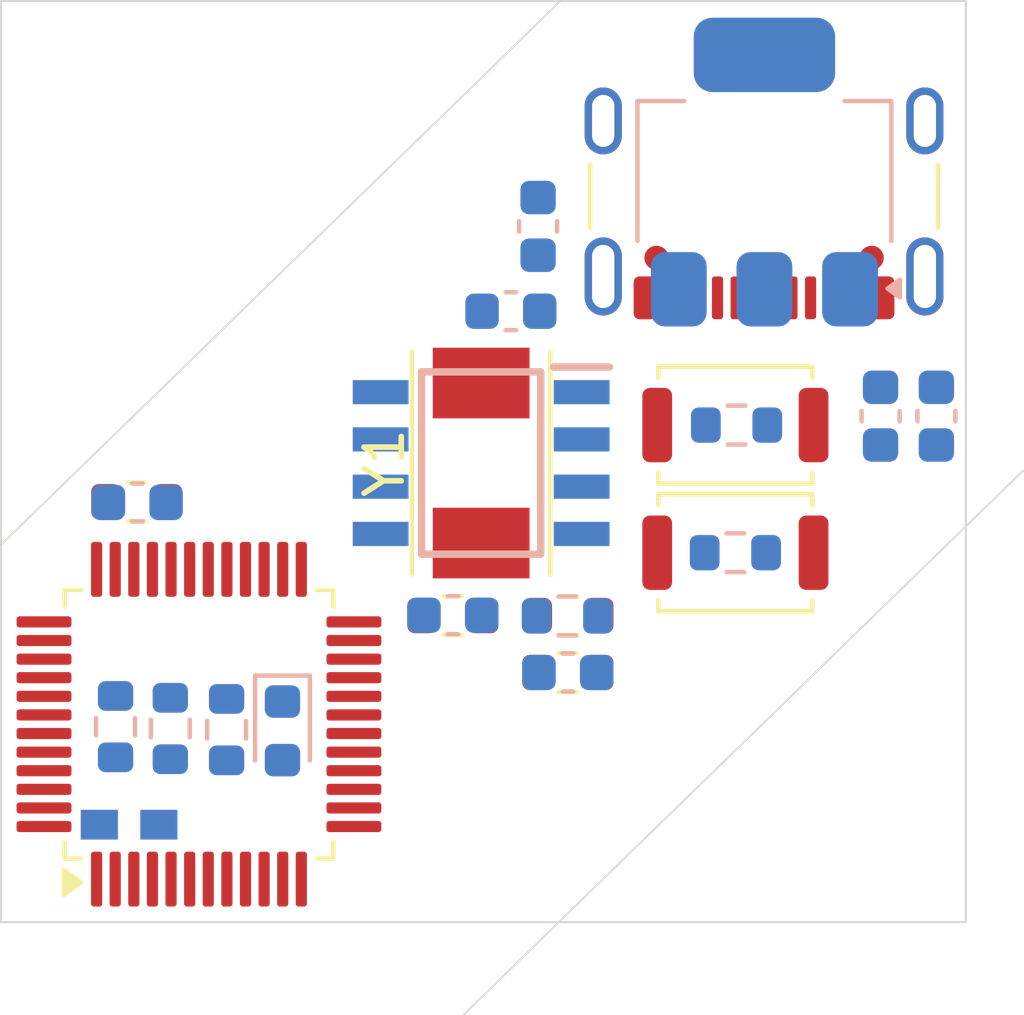
<source format=kicad_pcb>
(kicad_pcb (version 20241229) (generator "pcbnew") (generator_version "9.0")
  (layers (0 "F.Cu" signal) (2 "B.Cu" signal) (13 "F.Paste" user) (15 "B.Paste" user) (5 "F.SilkS" user "F.Silkscreen") (7 "B.SilkS" user "B.Silkscreen") (1 "F.Mask" user) (3 "B.Mask" user) (25 "Edge.Cuts" user))
  (net 0 "")
  (net 1 "GND")
  (net 2 "Net-(R2-Pad2)")
  (net 3 "Net-(U1-BOOT0)")
  (net 4 "Net-(R1-Pad1)")
  (net 5 "Net-(U1-NRST)")
  (net 6 "3.3v")
  (net 7 "USB_DP")
  (net 8 "SDA")
  (net 9 "Net-(J1-D--PadA7)")
  (net 10 "USB_DM")
  (net 11 "Net-(J1-D+-PadA6)")
  (net 12 "Net-(D1-A)")
  (net 13 "PA1")
  (net 14 "SCL")
  (net 15 "PA0")
  (net 16 "RCC_OSC_IN")
  (net 17 "RCC_OSC_OUT")
  (net 18 "5v")
  (net 19 "Net-(J1-CC1)")
  (net 20 "Net-(J1-CC2)")
  (net 27 "Net-(U1-PC13)")
  (net 39 "SCL2")
  (net 40 "SDA2")
  (footprint "Package_QFP:LQFP-48_7x7mm_P0.5mm" (layer "F.Cu") (at 152.42 107.02 90)
    (property "Reference" "U1" (hide yes))
    (property "Value" "STM32F103C8Tx" (hide yes))
    (fp_line (start 3.61 -3.61) (end 3.61 -3.16) (stroke (width 0.12)) (layer "F.SilkS"))
    (fp_line (start 3.16 -3.61) (end 3.61 -3.61) (stroke (width 0.12)) (layer "F.SilkS"))
    (fp_line (start -3.61 -3.61) (end -3.16 -3.61) (stroke (width 0.12)) (layer "F.SilkS"))
    (fp_line (start -3.61 -3.16) (end -3.61 -3.61) (stroke (width 0.12)) (layer "F.SilkS"))
    (fp_line (start 3.61 3.16) (end 3.61 3.61) (stroke (width 0.12)) (layer "F.SilkS"))
    (fp_line (start 3.61 3.61) (end 3.16 3.61) (stroke (width 0.12)) (layer "F.SilkS"))
    (fp_line (start -3.16 3.61) (end -3.61 3.61) (stroke (width 0.12)) (layer "F.SilkS"))
    (fp_line (start -3.61 3.61) (end -3.61 3.16) (stroke (width 0.12)) (layer "F.SilkS"))
    (fp_poly (pts (xy -4.25 -3.16) (xy -4.59 -3.63) (xy -3.91 -3.63)) (stroke (width 0.12)) (fill yes) (layer "F.SilkS"))
    (pad "1" smd roundrect (at -4.1625 -2.75 90) (size 1.475 0.3) (layers "F.Cu" "F.Mask" "F.Paste") (net 6 "3.3v"))
    (pad "2" smd roundrect (at -4.1625 -2.25 90) (size 1.475 0.3) (layers "F.Cu" "F.Mask" "F.Paste") (net 27 "Net-(U1-PC13)"))
    (pad "3" smd roundrect (at -4.1625 -1.75 90) (size 1.475 0.3) (layers "F.Cu" "F.Mask" "F.Paste"))
    (pad "4" smd roundrect (at -4.1625 -1.25 90) (size 1.475 0.3) (layers "F.Cu" "F.Mask" "F.Paste"))
    (pad "5" smd roundrect (at -4.1625 -0.75 90) (size 1.475 0.3) (layers "F.Cu" "F.Mask" "F.Paste") (net 16 "RCC_OSC_IN"))
    (pad "6" smd roundrect (at -4.1625 -0.25 90) (size 1.475 0.3) (layers "F.Cu" "F.Mask" "F.Paste") (net 17 "RCC_OSC_OUT"))
    (pad "7" smd roundrect (at -4.1625 0.25 90) (size 1.475 0.3) (layers "F.Cu" "F.Mask" "F.Paste") (net 5 "Net-(U1-NRST)"))
    (pad "8" smd roundrect (at -4.1625 0.75 90) (size 1.475 0.3) (layers "F.Cu" "F.Mask" "F.Paste") (net 1 "GND"))
    (pad "9" smd roundrect (at -4.1625 1.25 90) (size 1.475 0.3) (layers "F.Cu" "F.Mask" "F.Paste") (net 6 "3.3v"))
    (pad "10" smd roundrect (at -4.1625 1.75 90) (size 1.475 0.3) (layers "F.Cu" "F.Mask" "F.Paste") (net 15 "PA0"))
    (pad "11" smd roundrect (at -4.1625 2.25 90) (size 1.475 0.3) (layers "F.Cu" "F.Mask" "F.Paste") (net 13 "PA1"))
    (pad "12" smd roundrect (at -4.1625 2.75 90) (size 1.475 0.3) (layers "F.Cu" "F.Mask" "F.Paste"))
    (pad "13" smd roundrect (at -2.75 4.1625 90) (size 0.3 1.475) (layers "F.Cu" "F.Mask" "F.Paste"))
    (pad "14" smd roundrect (at -2.25 4.1625 90) (size 0.3 1.475) (layers "F.Cu" "F.Mask" "F.Paste"))
    (pad "15" smd roundrect (at -1.75 4.1625 90) (size 0.3 1.475) (layers "F.Cu" "F.Mask" "F.Paste"))
    (pad "16" smd roundrect (at -1.25 4.1625 90) (size 0.3 1.475) (layers "F.Cu" "F.Mask" "F.Paste"))
    (pad "17" smd roundrect (at -0.75 4.1625 90) (size 0.3 1.475) (layers "F.Cu" "F.Mask" "F.Paste"))
    (pad "18" smd roundrect (at -0.25 4.1625 90) (size 0.3 1.475) (layers "F.Cu" "F.Mask" "F.Paste"))
    (pad "19" smd roundrect (at 0.25 4.1625 90) (size 0.3 1.475) (layers "F.Cu" "F.Mask" "F.Paste"))
    (pad "20" smd roundrect (at 0.75 4.1625 90) (size 0.3 1.475) (layers "F.Cu" "F.Mask" "F.Paste"))
    (pad "21" smd roundrect (at 1.25 4.1625 90) (size 0.3 1.475) (layers "F.Cu" "F.Mask" "F.Paste") (net 39 "SCL2"))
    (pad "22" smd roundrect (at 1.75 4.1625 90) (size 0.3 1.475) (layers "F.Cu" "F.Mask" "F.Paste") (net 40 "SDA2"))
    (pad "23" smd roundrect (at 2.25 4.1625 90) (size 0.3 1.475) (layers "F.Cu" "F.Mask" "F.Paste") (net 1 "GND"))
    (pad "24" smd roundrect (at 2.75 4.1625 90) (size 0.3 1.475) (layers "F.Cu" "F.Mask" "F.Paste") (net 6 "3.3v"))
    (pad "25" smd roundrect (at 4.1625 2.75 90) (size 1.475 0.3) (layers "F.Cu" "F.Mask" "F.Paste"))
    (pad "26" smd roundrect (at 4.1625 2.25 90) (size 1.475 0.3) (layers "F.Cu" "F.Mask" "F.Paste"))
    (pad "27" smd roundrect (at 4.1625 1.75 90) (size 1.475 0.3) (layers "F.Cu" "F.Mask" "F.Paste"))
    (pad "28" smd roundrect (at 4.1625 1.25 90) (size 1.475 0.3) (layers "F.Cu" "F.Mask" "F.Paste"))
    (pad "29" smd roundrect (at 4.1625 0.75 90) (size 1.475 0.3) (layers "F.Cu" "F.Mask" "F.Paste"))
    (pad "30" smd roundrect (at 4.1625 0.25 90) (size 1.475 0.3) (layers "F.Cu" "F.Mask" "F.Paste"))
    (pad "31" smd roundrect (at 4.1625 -0.25 90) (size 1.475 0.3) (layers "F.Cu" "F.Mask" "F.Paste"))
    (pad "32" smd roundrect (at 4.1625 -0.75 90) (size 1.475 0.3) (layers "F.Cu" "F.Mask" "F.Paste"))
    (pad "33" smd roundrect (at 4.1625 -1.25 90) (size 1.475 0.3) (layers "F.Cu" "F.Mask" "F.Paste") (net 7 "USB_DP"))
    (pad "34" smd roundrect (at 4.1625 -1.75 90) (size 1.475 0.3) (layers "F.Cu" "F.Mask" "F.Paste") (net 10 "USB_DM"))
    (pad "35" smd roundrect (at 4.1625 -2.25 90) (size 1.475 0.3) (layers "F.Cu" "F.Mask" "F.Paste") (net 1 "GND"))
    (pad "36" smd roundrect (at 4.1625 -2.75 90) (size 1.475 0.3) (layers "F.Cu" "F.Mask" "F.Paste") (net 6 "3.3v"))
    (pad "37" smd roundrect (at 2.75 -4.1625 90) (size 0.3 1.475) (layers "F.Cu" "F.Mask" "F.Paste"))
    (pad "38" smd roundrect (at 2.25 -4.1625 90) (size 0.3 1.475) (layers "F.Cu" "F.Mask" "F.Paste"))
    (pad "39" smd roundrect (at 1.75 -4.1625 90) (size 0.3 1.475) (layers "F.Cu" "F.Mask" "F.Paste"))
    (pad "40" smd roundrect (at 1.25 -4.1625 90) (size 0.3 1.475) (layers "F.Cu" "F.Mask" "F.Paste"))
    (pad "41" smd roundrect (at 0.75 -4.1625 90) (size 0.3 1.475) (layers "F.Cu" "F.Mask" "F.Paste"))
    (pad "42" smd roundrect (at 0.25 -4.1625 90) (size 0.3 1.475) (layers "F.Cu" "F.Mask" "F.Paste") (net 14 "SCL"))
    (pad "43" smd roundrect (at -0.25 -4.1625 90) (size 0.3 1.475) (layers "F.Cu" "F.Mask" "F.Paste") (net 8 "SDA"))
    (pad "44" smd roundrect (at -0.75 -4.1625 90) (size 0.3 1.475) (layers "F.Cu" "F.Mask" "F.Paste") (net 3 "Net-(U1-BOOT0)"))
    (pad "45" smd roundrect (at -1.25 -4.1625 90) (size 0.3 1.475) (layers "F.Cu" "F.Mask" "F.Paste"))
    (pad "46" smd roundrect (at -1.75 -4.1625 90) (size 0.3 1.475) (layers "F.Cu" "F.Mask" "F.Paste"))
    (pad "47" smd roundrect (at -2.25 -4.1625 90) (size 0.3 1.475) (layers "F.Cu" "F.Mask" "F.Paste") (net 1 "GND"))
    (pad "48" smd roundrect (at -2.75 -4.1625 90) (size 0.3 1.475) (layers "F.Cu" "F.Mask" "F.Paste") (net 6 "3.3v"))
  )
  (footprint "Resistor_SMD:R_0603_1608Metric" (layer "F.Cu") (at 159.24 104.1 180)
    (property "Reference" "R7" (hide yes))
    (property "Value" "R" (hide yes))
    (fp_line (start -0.237258 0.5225) (end 0.237258 0.5225) (stroke (width 0.12)) (layer "F.SilkS"))
    (fp_line (start -0.237258 -0.5225) (end 0.237258 -0.5225) (stroke (width 0.12)) (layer "F.SilkS"))
    (pad "1" smd roundrect (at -0.825 0 180) (size 0.8 0.95) (layers "F.Cu" "F.Mask" "F.Paste") (net 20 "Net-(J1-CC2)"))
    (pad "2" smd roundrect (at 0.825 0 180) (size 0.8 0.95) (layers "F.Cu" "F.Mask" "F.Paste") (net 1 "GND"))
  )
  (footprint "Resistor_SMD:R_0603_1608Metric" (layer "F.Cu") (at 150.75 101.04)
    (property "Reference" "R10" (hide yes))
    (property "Value" "R" (hide yes))
    (fp_line (start -0.237258 -0.5225) (end 0.237258 -0.5225) (stroke (width 0.12)) (layer "F.SilkS"))
    (fp_line (start -0.237258 0.5225) (end 0.237258 0.5225) (stroke (width 0.12)) (layer "F.SilkS"))
    (pad "1" smd roundrect (at -0.825 0) (size 0.8 0.95) (layers "F.Cu" "F.Mask" "F.Paste") (net 9 "Net-(J1-D--PadA7)"))
    (pad "2" smd roundrect (at 0.825 0) (size 0.8 0.95) (layers "F.Cu" "F.Mask" "F.Paste") (net 10 "USB_DM"))
  )
  (footprint "Resistor_SMD:R_0603_1608Metric" (layer "F.Cu") (at 162.33 105.63 180)
    (property "Reference" "R6" (hide yes))
    (property "Value" "R" (hide yes))
    (fp_line (start -0.237258 0.5225) (end 0.237258 0.5225) (stroke (width 0.12)) (layer "F.SilkS"))
    (fp_line (start -0.237258 -0.5225) (end 0.237258 -0.5225) (stroke (width 0.12)) (layer "F.SilkS"))
    (pad "1" smd roundrect (at -0.825 0 180) (size 0.8 0.95) (layers "F.Cu" "F.Mask" "F.Paste") (net 19 "Net-(J1-CC1)"))
    (pad "2" smd roundrect (at 0.825 0 180) (size 0.8 0.95) (layers "F.Cu" "F.Mask" "F.Paste") (net 1 "GND"))
  )
  (footprint "Button_Switch_SMD:SW_Push_SPST_NO_Alps_SKRK" (layer "F.Cu") (at 166.83 102.41 180)
    (property "Reference" "SW1" (hide yes))
    (property "Value" "SW_Push" (hide yes))
    (fp_line (start 2.07 1.57) (end -2.07 1.57) (stroke (width 0.12)) (layer "F.SilkS"))
    (fp_line (start 2.07 1.27) (end 2.07 1.57) (stroke (width 0.12)) (layer "F.SilkS"))
    (fp_line (start 2.07 -1.57) (end 2.07 -1.27) (stroke (width 0.12)) (layer "F.SilkS"))
    (fp_line (start -2.07 1.57) (end -2.07 1.27) (stroke (width 0.12)) (layer "F.SilkS"))
    (fp_line (start -2.07 -1.27) (end -2.07 -1.57) (stroke (width 0.12)) (layer "F.SilkS"))
    (fp_line (start -2.07 -1.57) (end 2.07 -1.57) (stroke (width 0.12)) (layer "F.SilkS"))
    (pad "1" smd roundrect (at -2.1 0 180) (size 0.8 2) (layers "F.Cu" "F.Mask" "F.Paste") (net 4 "Net-(R1-Pad1)"))
    (pad "2" smd roundrect (at 2.1 0 180) (size 0.8 2) (layers "F.Cu" "F.Mask" "F.Paste") (net 5 "Net-(U1-NRST)"))
  )
  (footprint "Connector_USB:USB_C_Receptacle_GCT_USB4105-xx-A_16P_TopMnt_Horizontal" (layer "F.Cu") (at 167.6 91.88 180)
    (property "Reference" "J1" (hide yes))
    (property "Value" "USB_C_Receptacle_USB2.0_16P" (hide yes))
    (fp_line (start 4.67 -0.1) (end 4.67 -1.8) (stroke (width 0.12)) (layer "F.SilkS"))
    (fp_line (start -4.67 -0.1) (end -4.67 -1.8) (stroke (width 0.12)) (layer "F.SilkS"))
    (pad "" connect circle (at -2.89 -2.605 180) (size 0.65 0.65) (layers "F.Cu" "F.Mask"))
    (pad "" connect circle (at 2.89 -2.605 180) (size 0.65 0.65) (layers "F.Cu" "F.Mask"))
    (pad "A1" smd roundrect (at -3.2 -3.68 180) (size 0.6 1.15) (layers "F.Cu" "F.Mask" "F.Paste") (net 1 "GND"))
    (pad "A4" smd roundrect (at -2.4 -3.68 180) (size 0.6 1.15) (layers "F.Cu" "F.Mask" "F.Paste") (net 18 "5v"))
    (pad "A5" smd roundrect (at -1.25 -3.68 180) (size 0.3 1.15) (layers "F.Cu" "F.Mask" "F.Paste") (net 19 "Net-(J1-CC1)"))
    (pad "A6" smd roundrect (at -0.25 -3.68 180) (size 0.3 1.15) (layers "F.Cu" "F.Mask" "F.Paste") (net 11 "Net-(J1-D+-PadA6)"))
    (pad "A7" smd roundrect (at 0.25 -3.68 180) (size 0.3 1.15) (layers "F.Cu" "F.Mask" "F.Paste") (net 9 "Net-(J1-D--PadA7)"))
    (pad "A8" smd roundrect (at 1.25 -3.68 180) (size 0.3 1.15) (layers "F.Cu" "F.Mask" "F.Paste"))
    (pad "A9" smd roundrect (at 2.4 -3.68 180) (size 0.6 1.15) (layers "F.Cu" "F.Mask" "F.Paste") (net 18 "5v"))
    (pad "A12" smd roundrect (at 3.2 -3.68 180) (size 0.6 1.15) (layers "F.Cu" "F.Mask" "F.Paste") (net 1 "GND"))
    (pad "B1" smd roundrect (at 3.2 -3.68 180) (size 0.6 1.15) (layers "F.Cu" "F.Mask" "F.Paste") (net 1 "GND"))
    (pad "B4" smd roundrect (at 2.4 -3.68 180) (size 0.6 1.15) (layers "F.Cu" "F.Mask" "F.Paste") (net 18 "5v"))
    (pad "B5" smd roundrect (at 1.75 -3.68 180) (size 0.3 1.15) (layers "F.Cu" "F.Mask" "F.Paste") (net 20 "Net-(J1-CC2)"))
    (pad "B6" smd roundrect (at 0.75 -3.68 180) (size 0.3 1.15) (layers "F.Cu" "F.Mask" "F.Paste") (net 11 "Net-(J1-D+-PadA6)"))
    (pad "B7" smd roundrect (at -0.75 -3.68 180) (size 0.3 1.15) (layers "F.Cu" "F.Mask" "F.Paste") (net 9 "Net-(J1-D--PadA7)"))
    (pad "B8" smd roundrect (at -1.75 -3.68 180) (size 0.3 1.15) (layers "F.Cu" "F.Mask" "F.Paste"))
    (pad "B9" smd roundrect (at -2.4 -3.68 180) (size 0.6 1.15) (layers "F.Cu" "F.Mask" "F.Paste") (net 18 "5v"))
    (pad "B12" smd roundrect (at -3.2 -3.68 180) (size 0.6 1.15) (layers "F.Cu" "F.Mask" "F.Paste") (net 1 "GND"))
    (pad "S1" thru_hole oval (at -4.32 -3.105 180) (size 1 2.1) (drill oval 0.6 1.7) (property pad_prop_heatsink) (layers "*.Cu" "*.Mask" "F.Paste"))
    (pad "S1" thru_hole oval (at -4.32 1.075 180) (size 1 1.8) (drill oval 0.6 1.4) (property pad_prop_heatsink) (layers "*.Cu" "*.Mask" "F.Paste"))
    (pad "S1" thru_hole oval (at 4.32 -3.105 180) (size 1 2.1) (drill oval 0.6 1.7) (property pad_prop_heatsink) (layers "*.Cu" "*.Mask" "F.Paste"))
    (pad "S1" thru_hole oval (at 4.32 1.075 180) (size 1 1.8) (drill oval 0.6 1.4) (property pad_prop_heatsink) (layers "*.Cu" "*.Mask" "F.Paste"))
  )
  (footprint "Crystal:Crystal_SMD_Abracon_ABM7-2Pin_6.0x3.5mm" (layer "F.Cu") (at 160 100 90)
    (property "Reference" "Y1" (at 0 -2.6 90) (layer "F.SilkS"))
    (property "Value" "Crystal" (hide yes))
    (fp_line (start -3 -1.86) (end 3 -1.86) (stroke (width 0.12)) (layer "F.SilkS"))
    (fp_line (start -3 1.86) (end 3 1.86) (stroke (width 0.12)) (layer "F.SilkS"))
    (pad "1" smd rect (at -2.15 0 90) (size 1.9 2.6) (layers "F.Cu" "F.Mask" "F.Paste") (net 16 "RCC_OSC_IN"))
    (pad "2" smd rect (at 2.15 0 90) (size 1.9 2.6) (layers "F.Cu" "F.Mask" "F.Paste") (net 17 "RCC_OSC_OUT"))
  )
  (footprint "Resistor_SMD:R_0603_1608Metric" (layer "F.Cu") (at 162.33 104.1)
    (property "Reference" "R3" (hide yes))
    (property "Value" "R" (hide yes))
    (fp_line (start -0.237258 -0.5225) (end 0.237258 -0.5225) (stroke (width 0.12)) (layer "F.SilkS"))
    (fp_line (start -0.237258 0.5225) (end 0.237258 0.5225) (stroke (width 0.12)) (layer "F.SilkS"))
    (pad "1" smd roundrect (at -0.825 0) (size 0.8 0.95) (layers "F.Cu" "F.Mask" "F.Paste") (net 6 "3.3v"))
    (pad "2" smd roundrect (at 0.825 0) (size 0.8 0.95) (layers "F.Cu" "F.Mask" "F.Paste") (net 14 "SCL"))
  )
  (footprint "Button_Switch_SMD:SW_Push_SPST_NO_Alps_SKRK" (layer "F.Cu") (at 166.83 98.98 180)
    (property "Reference" "SW2" (hide yes))
    (property "Value" "SW_Push" (hide yes))
    (fp_line (start 2.07 1.57) (end -2.07 1.57) (stroke (width 0.12)) (layer "F.SilkS"))
    (fp_line (start 2.07 1.27) (end 2.07 1.57) (stroke (width 0.12)) (layer "F.SilkS"))
    (fp_line (start 2.07 -1.57) (end 2.07 -1.27) (stroke (width 0.12)) (layer "F.SilkS"))
    (fp_line (start -2.07 1.57) (end -2.07 1.27) (stroke (width 0.12)) (layer "F.SilkS"))
    (fp_line (start -2.07 -1.27) (end -2.07 -1.57) (stroke (width 0.12)) (layer "F.SilkS"))
    (fp_line (start -2.07 -1.57) (end 2.07 -1.57) (stroke (width 0.12)) (layer "F.SilkS"))
    (pad "1" smd roundrect (at -2.1 0 180) (size 0.8 2) (layers "F.Cu" "F.Mask" "F.Paste") (net 2 "Net-(R2-Pad2)"))
    (pad "2" smd roundrect (at 2.1 0 180) (size 0.8 2) (layers "F.Cu" "F.Mask" "F.Paste") (net 3 "Net-(U1-BOOT0)"))
  )
  (footprint "Resistor_SMD:R_0603_1608Metric" (layer "B.Cu") (at 153.1625 107.165 90)
    (property "Reference" "R8" (hide yes))
    (property "Value" "R" (hide yes))
    (fp_line (start -0.237258 -0.5225) (end 0.237258 -0.5225) (stroke (width 0.12)) (layer "B.SilkS"))
    (fp_line (start -0.237258 0.5225) (end 0.237258 0.5225) (stroke (width 0.12)) (layer "B.SilkS"))
    (pad "1" smd roundrect (at -0.825 0 90) (size 0.8 0.95) (layers "B.Cu" "B.Mask" "B.Paste") (net 12 "Net-(D1-A)"))
    (pad "2" smd roundrect (at 0.825 0 90) (size 0.8 0.95) (layers "B.Cu" "B.Mask" "B.Paste") (net 27 "Net-(U1-PC13)"))
  )
  (footprint "Capacitor_SMD:C_0603_1608Metric" (layer "B.Cu") (at 170.73 98.74 90)
    (property "Reference" "C3" (hide yes))
    (property "Value" "C" (hide yes))
    (fp_line (start -0.14058 -0.51) (end 0.14058 -0.51) (stroke (width 0.12)) (layer "B.SilkS"))
    (fp_line (start -0.14058 0.51) (end 0.14058 0.51) (stroke (width 0.12)) (layer "B.SilkS"))
    (pad "1" smd roundrect (at -0.775 0 90) (size 0.9 0.95) (layers "B.Cu" "B.Mask" "B.Paste") (net 1 "GND"))
    (pad "2" smd roundrect (at 0.775 0 90) (size 0.9 0.95) (layers "B.Cu" "B.Mask" "B.Paste") (net 6 "3.3v"))
  )
  (footprint "Capacitor_SMD:C_0603_1608Metric" (layer "B.Cu") (at 162.33 105.63 180)
    (property "Reference" "C5" (hide yes))
    (property "Value" "C" (hide yes))
    (fp_line (start -0.14058 0.51) (end 0.14058 0.51) (stroke (width 0.12)) (layer "B.SilkS"))
    (fp_line (start -0.14058 -0.51) (end 0.14058 -0.51) (stroke (width 0.12)) (layer "B.SilkS"))
    (pad "1" smd roundrect (at -0.775 0 180) (size 0.9 0.95) (layers "B.Cu" "B.Mask" "B.Paste") (net 6 "3.3v"))
    (pad "2" smd roundrect (at 0.775 0 180) (size 0.9 0.95) (layers "B.Cu" "B.Mask" "B.Paste") (net 1 "GND"))
  )
  (footprint "LED_SMD:LED_0603_1608Metric" (layer "B.Cu") (at 154.6625 107.1975 -90)
    (property "Reference" "D1" (hide yes))
    (property "Value" "LED" (hide yes))
    (fp_line (start -1.485 0.735) (end -1.485 -0.735) (stroke (width 0.12)) (layer "B.SilkS"))
    (fp_line (start 0.8 0.735) (end -1.485 0.735) (stroke (width 0.12)) (layer "B.SilkS"))
    (fp_line (start -1.485 -0.735) (end 0.8 -0.735) (stroke (width 0.12)) (layer "B.SilkS"))
    (pad "1" smd roundrect (at -0.7875 0 270) (size 0.875 0.95) (layers "B.Cu" "B.Mask" "B.Paste") (net 1 "GND"))
    (pad "2" smd roundrect (at 0.7875 0 270) (size 0.875 0.95) (layers "B.Cu" "B.Mask" "B.Paste") (net 12 "Net-(D1-A)"))
  )
  (footprint "Package_TO_SOT_SMD:SOT-223-3_TabPin2" (layer "B.Cu") (at 167.61 92.18 90)
    (property "Reference" "U2" (hide yes))
    (property "Value" "AMS1117-3.3" (hide yes))
    (fp_line (start 1.91 -3.41) (end 1.91 -2.15) (stroke (width 0.12)) (layer "B.SilkS"))
    (fp_line (start -1.85 -3.41) (end 1.91 -3.41) (stroke (width 0.12)) (layer "B.SilkS"))
    (fp_line (start 1.91 3.41) (end 1.91 2.15) (stroke (width 0.12)) (layer "B.SilkS"))
    (fp_line (start -1.85 3.41) (end 1.91 3.41) (stroke (width 0.12)) (layer "B.SilkS"))
    (fp_poly (pts (xy -3.13 3.31) (xy -3.37 3.64) (xy -2.89 3.64) (xy -3.13 3.31)) (stroke (width 0.12)) (fill yes) (layer "B.SilkS"))
    (pad "1" smd roundrect (at -3.15 2.3 90) (size 2 1.5) (layers "B.Cu" "B.Mask" "B.Paste") (net 1 "GND"))
    (pad "2" smd roundrect (at -3.15 0 90) (size 2 1.5) (layers "B.Cu" "B.Mask" "B.Paste") (net 6 "3.3v"))
    (pad "2" smd roundrect (at 3.15 0 90) (size 2 3.8) (layers "B.Cu" "B.Mask" "B.Paste") (net 6 "3.3v"))
    (pad "3" smd roundrect (at -3.15 -2.3 90) (size 2 1.5) (layers "B.Cu" "B.Mask" "B.Paste") (net 18 "5v"))
  )
  (footprint "Resistor_SMD:R_0603_1608Metric" (layer "B.Cu") (at 150.18 107.085 90)
    (property "Reference" "R9" (hide yes))
    (property "Value" "R" (hide yes))
    (fp_line (start -0.237258 -0.5225) (end 0.237258 -0.5225) (stroke (width 0.12)) (layer "B.SilkS"))
    (fp_line (start -0.237258 0.5225) (end 0.237258 0.5225) (stroke (width 0.12)) (layer "B.SilkS"))
    (pad "1" smd roundrect (at -0.825 0 90) (size 0.8 0.95) (layers "B.Cu" "B.Mask" "B.Paste") (net 11 "Net-(J1-D+-PadA6)"))
    (pad "2" smd roundrect (at 0.825 0 90) (size 0.8 0.95) (layers "B.Cu" "B.Mask" "B.Paste") (net 7 "USB_DP"))
  )
  (footprint "AS5600-ASOT:SOIC127P600X175-8N" (layer "B.Cu") (at 160 100 180)
    (property "Reference" "IC1" (hide yes))
    (property "Value" "AS5600-ASOT" (hide yes))
    (fp_line (start 1.6 2.45) (end 1.6 -2.45) (stroke (width 0.2)) (layer "B.SilkS"))
    (fp_line (start 1.6 -2.45) (end -1.6 -2.45) (stroke (width 0.2)) (layer "B.SilkS"))
    (fp_line (start -1.6 2.45) (end 1.6 2.45) (stroke (width 0.2)) (layer "B.SilkS"))
    (fp_line (start -1.6 -2.45) (end -1.6 2.45) (stroke (width 0.2)) (layer "B.SilkS"))
    (fp_line (start -3.45 2.58) (end -1.95 2.58) (stroke (width 0.2)) (layer "B.SilkS"))
    (pad "1" smd rect (at -2.7 1.905 180) (size 1.5 0.65) (layers "B.Cu" "B.Mask" "B.Paste") (net 6 "3.3v"))
    (pad "2" smd rect (at -2.7 0.635 180) (size 1.5 0.65) (layers "B.Cu" "B.Mask" "B.Paste") (net 6 "3.3v"))
    (pad "3" smd rect (at -2.7 -0.635 180) (size 1.5 0.65) (layers "B.Cu" "B.Mask" "B.Paste") (net 13 "PA1"))
    (pad "4" smd rect (at -2.7 -1.905 180) (size 1.5 0.65) (layers "B.Cu" "B.Mask" "B.Paste") (net 1 "GND"))
    (pad "5" smd rect (at 2.7 -1.905 180) (size 1.5 0.65) (layers "B.Cu" "B.Mask" "B.Paste") (net 1 "GND"))
    (pad "6" smd rect (at 2.7 -0.635 180) (size 1.5 0.65) (layers "B.Cu" "B.Mask" "B.Paste") (net 8 "SDA"))
    (pad "7" smd rect (at 2.7 0.635 180) (size 1.5 0.65) (layers "B.Cu" "B.Mask" "B.Paste") (net 14 "SCL"))
    (pad "8" smd rect (at 2.7 1.905 180) (size 1.5 0.65) (layers "B.Cu" "B.Mask" "B.Paste") (net 15 "PA0"))
  )
  (footprint "Capacitor_SMD:C_0603_1608Metric" (layer "B.Cu") (at 150.7625 101.06 180)
    (property "Reference" "C1" (hide yes))
    (property "Value" "C" (hide yes))
    (fp_line (start -0.14058 0.51) (end 0.14058 0.51) (stroke (width 0.12)) (layer "B.SilkS"))
    (fp_line (start -0.14058 -0.51) (end 0.14058 -0.51) (stroke (width 0.12)) (layer "B.SilkS"))
    (pad "1" smd roundrect (at -0.775 0 180) (size 0.9 0.95) (layers "B.Cu" "B.Mask" "B.Paste") (net 6 "3.3v"))
    (pad "2" smd roundrect (at 0.775 0 180) (size 0.9 0.95) (layers "B.Cu" "B.Mask" "B.Paste") (net 6 "3.3v"))
  )
  (footprint "Capacitor_SMD:C_0603_1608Metric" (layer "B.Cu") (at 172.23 98.74 -90)
    (property "Reference" "C2" (hide yes))
    (property "Value" "C" (hide yes))
    (fp_line (start -0.14058 0.51) (end 0.14058 0.51) (stroke (width 0.12)) (layer "B.SilkS"))
    (fp_line (start -0.14058 -0.51) (end 0.14058 -0.51) (stroke (width 0.12)) (layer "B.SilkS"))
    (pad "1" smd roundrect (at -0.775 0 270) (size 0.9 0.95) (layers "B.Cu" "B.Mask" "B.Paste") (net 18 "5v"))
    (pad "2" smd roundrect (at 0.775 0 270) (size 0.9 0.95) (layers "B.Cu" "B.Mask" "B.Paste") (net 1 "GND"))
  )
  (footprint "Capacitor_SMD:C_0603_1608Metric" (layer "B.Cu") (at 161.53 93.64 90)
    (property "Reference" "C4" (hide yes))
    (property "Value" "C" (hide yes))
    (fp_line (start -0.14058 -0.51) (end 0.14058 -0.51) (stroke (width 0.12)) (layer "B.SilkS"))
    (fp_line (start -0.14058 0.51) (end 0.14058 0.51) (stroke (width 0.12)) (layer "B.SilkS"))
    (pad "1" smd roundrect (at -0.775 0 90) (size 0.9 0.95) (layers "B.Cu" "B.Mask" "B.Paste") (net 6 "3.3v"))
    (pad "2" smd roundrect (at 0.775 0 90) (size 0.9 0.95) (layers "B.Cu" "B.Mask" "B.Paste") (net 1 "GND"))
  )
  (footprint "Capacitor_SMD:C_0603_1608Metric" (layer "B.Cu") (at 159.24 104.09 180)
    (property "Reference" "C7" (hide yes))
    (property "Value" "C" (hide yes))
    (fp_line (start -0.14058 0.51) (end 0.14058 0.51) (stroke (width 0.12)) (layer "B.SilkS"))
    (fp_line (start -0.14058 -0.51) (end 0.14058 -0.51) (stroke (width 0.12)) (layer "B.SilkS"))
    (pad "1" smd roundrect (at -0.775 0 180) (size 0.9 0.95) (layers "B.Cu" "B.Mask" "B.Paste") (net 17 "RCC_OSC_OUT"))
    (pad "2" smd roundrect (at 0.775 0 180) (size 0.9 0.95) (layers "B.Cu" "B.Mask" "B.Paste") (net 1 "GND"))
  )
  (footprint "Resistor_SMD:R_0603_1608Metric" (layer "B.Cu") (at 151.65 107.135 90)
    (property "Reference" "R5" (hide yes))
    (property "Value" "R" (hide yes))
    (fp_line (start -0.237258 -0.5225) (end 0.237258 -0.5225) (stroke (width 0.12)) (layer "B.SilkS"))
    (fp_line (start -0.237258 0.5225) (end 0.237258 0.5225) (stroke (width 0.12)) (layer "B.SilkS"))
    (pad "1" smd roundrect (at -0.825 0 90) (size 0.8 0.95) (layers "B.Cu" "B.Mask" "B.Paste") (net 6 "3.3v"))
    (pad "2" smd roundrect (at 0.825 0 90) (size 0.8 0.95) (layers "B.Cu" "B.Mask" "B.Paste") (net 7 "USB_DP"))
  )
  (footprint "Capacitor_SMD:C_0603_1608Metric" (layer "B.Cu") (at 160.8 95.92)
    (property "Reference" "C6" (hide yes))
    (property "Value" "C" (hide yes))
    (fp_line (start -0.14058 -0.51) (end 0.14058 -0.51) (stroke (width 0.12)) (layer "B.SilkS"))
    (fp_line (start -0.14058 0.51) (end 0.14058 0.51) (stroke (width 0.12)) (layer "B.SilkS"))
    (pad "1" smd roundrect (at -0.775 0) (size 0.9 0.95) (layers "B.Cu" "B.Mask" "B.Paste") (net 16 "RCC_OSC_IN"))
    (pad "2" smd roundrect (at 0.775 0) (size 0.9 0.95) (layers "B.Cu" "B.Mask" "B.Paste") (net 1 "GND"))
  )
  (footprint "Resistor_SMD:R_0603_1608Metric" (layer "B.Cu") (at 162.315 104.11)
    (property "Reference" "R4" (hide yes))
    (property "Value" "R" (hide yes))
    (fp_line (start -0.237258 -0.5225) (end 0.237258 -0.5225) (stroke (width 0.12)) (layer "B.SilkS"))
    (fp_line (start -0.237258 0.5225) (end 0.237258 0.5225) (stroke (width 0.12)) (layer "B.SilkS"))
    (pad "1" smd roundrect (at -0.825 0) (size 0.8 0.95) (layers "B.Cu" "B.Mask" "B.Paste") (net 6 "3.3v"))
    (pad "2" smd roundrect (at 0.825 0) (size 0.8 0.95) (layers "B.Cu" "B.Mask" "B.Paste") (net 8 "SDA"))
  )
  (footprint "Resistor_SMD:R_0603_1608Metric" (layer "B.Cu") (at 166.861666 98.98)
    (property "Reference" "R2" (hide yes))
    (property "Value" "R" (hide yes))
    (fp_line (start -0.237258 -0.5225) (end 0.237258 -0.5225) (stroke (width 0.12)) (layer "B.SilkS"))
    (fp_line (start -0.237258 0.5225) (end 0.237258 0.5225) (stroke (width 0.12)) (layer "B.SilkS"))
    (pad "1" smd roundrect (at -0.825 0) (size 0.8 0.95) (layers "B.Cu" "B.Mask" "B.Paste") (net 1 "GND"))
    (pad "2" smd roundrect (at 0.825 0) (size 0.8 0.95) (layers "B.Cu" "B.Mask" "B.Paste") (net 2 "Net-(R2-Pad2)"))
  )
  (footprint "Resistor_SMD:R_0603_1608Metric" (layer "B.Cu") (at 166.83 102.41 180)
    (property "Reference" "R1" (hide yes))
    (property "Value" "R" (hide yes))
    (fp_line (start -0.237258 0.5225) (end 0.237258 0.5225) (stroke (width 0.12)) (layer "B.SilkS"))
    (fp_line (start -0.237258 -0.5225) (end 0.237258 -0.5225) (stroke (width 0.12)) (layer "B.SilkS"))
    (pad "1" smd roundrect (at -0.825 0 180) (size 0.8 0.95) (layers "B.Cu" "B.Mask" "B.Paste") (net 4 "Net-(R1-Pad1)"))
    (pad "2" smd roundrect (at 0.825 0 180) (size 0.8 0.95) (layers "B.Cu" "B.Mask" "B.Paste") (net 6 "3.3v"))
  )
  (footprint "0603_ferrite_chip:0603_ferrite_chip" (layer "B.Cu") (at 150.5425 109.72)
    (property "Reference" "E1" (hide yes))
    (property "Value" "Ferrite-bead" (hide yes))
    (pad "1" smd rect (at -0.8 0) (size 1 0.8) (layers "B.Cu" "B.Mask" "B.Paste") (net 6 "3.3v"))
    (pad "2" smd rect (at 0.8 0) (size 1 0.8) (layers "B.Cu" "B.Mask" "B.Paste") (net 6 "3.3v"))
  )
  (gr_rect (start 147.1 87.58) (end 173.02 112.34) (stroke (width 0.05)) (fill no) (layer "Edge.Cuts"))
  (gr_line (start 159.54 114.815) (end 174.56 100.205) (stroke (width 0.05)) (layer "Edge.Cuts"))
  (gr_line (start 147.1 102.2) (end 162.12 87.59) (stroke (width 0.05)) (layer "Edge.Cuts"))
)
</source>
